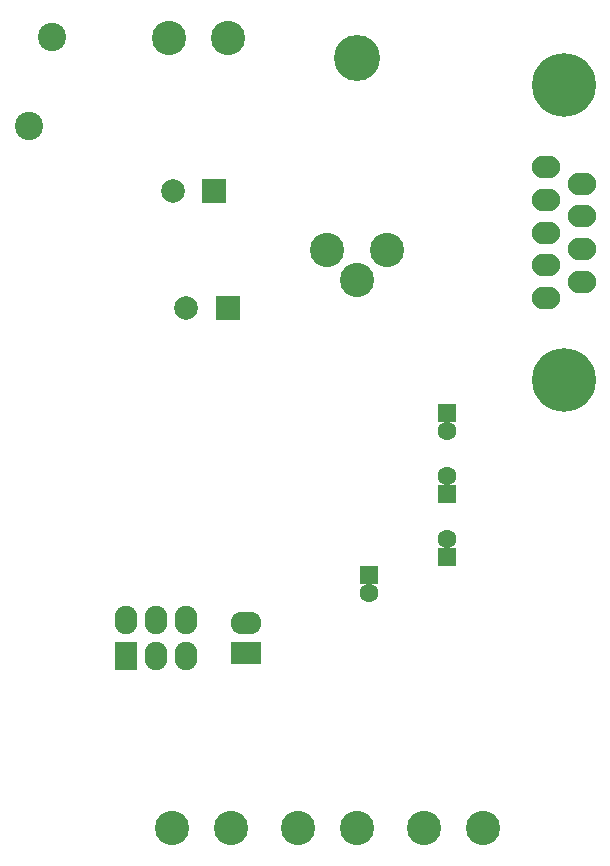
<source format=gbs>
G04 #@! TF.FileFunction,Soldermask,Bot*
%FSLAX46Y46*%
G04 Gerber Fmt 4.6, Leading zero omitted, Abs format (unit mm)*
G04 Created by KiCad (PCBNEW 4.0.6) date 12/06/17 14:38:59*
%MOMM*%
%LPD*%
G01*
G04 APERTURE LIST*
%ADD10C,0.100000*%
%ADD11C,2.899360*%
%ADD12C,3.897580*%
%ADD13R,2.000000X2.000000*%
%ADD14C,2.000000*%
%ADD15C,2.900000*%
%ADD16R,1.924000X2.398980*%
%ADD17O,1.924000X2.398980*%
%ADD18R,2.599640X1.924000*%
%ADD19O,2.599640X1.924000*%
%ADD20C,5.401260*%
%ADD21O,2.398980X1.901140*%
%ADD22C,2.400000*%
%ADD23R,1.600000X1.600000*%
%ADD24C,1.600000*%
G04 APERTURE END LIST*
D10*
D11*
X52578000Y-38049200D03*
X47498000Y-38049200D03*
X50038000Y-40589200D03*
D12*
X50038000Y-21793200D03*
D13*
X37945000Y-33020000D03*
D14*
X34445000Y-33020000D03*
D13*
X39088000Y-42926000D03*
D14*
X35588000Y-42926000D03*
D15*
X39076000Y-20066000D03*
X34076000Y-20066000D03*
D16*
X30480000Y-72384920D03*
D17*
X30480000Y-69347080D03*
X33020000Y-72384920D03*
X33020000Y-69347080D03*
X35560000Y-72384920D03*
X35560000Y-69347080D03*
D18*
X40640000Y-72136000D03*
D19*
X40640000Y-69596000D03*
D20*
X67564000Y-24081740D03*
D21*
X66045080Y-36576000D03*
X66045080Y-33804860D03*
X66045080Y-31036260D03*
X66045080Y-39347140D03*
X66045080Y-42115740D03*
X69082920Y-40731440D03*
X69082920Y-37960300D03*
X69082920Y-35191700D03*
X69082920Y-32420560D03*
D20*
X67564000Y-49070260D03*
D15*
X55666000Y-86995000D03*
X60666000Y-86995000D03*
X44998000Y-86995000D03*
X49998000Y-86995000D03*
X34330000Y-86995000D03*
X39330000Y-86995000D03*
D22*
X24241000Y-19999000D03*
X22241000Y-27499000D03*
D23*
X57658000Y-63996000D03*
D24*
X57658000Y-62496000D03*
D23*
X57658000Y-58662000D03*
D24*
X57658000Y-57162000D03*
D23*
X51054000Y-65544000D03*
D24*
X51054000Y-67044000D03*
D23*
X57658000Y-51828000D03*
D24*
X57658000Y-53328000D03*
M02*

</source>
